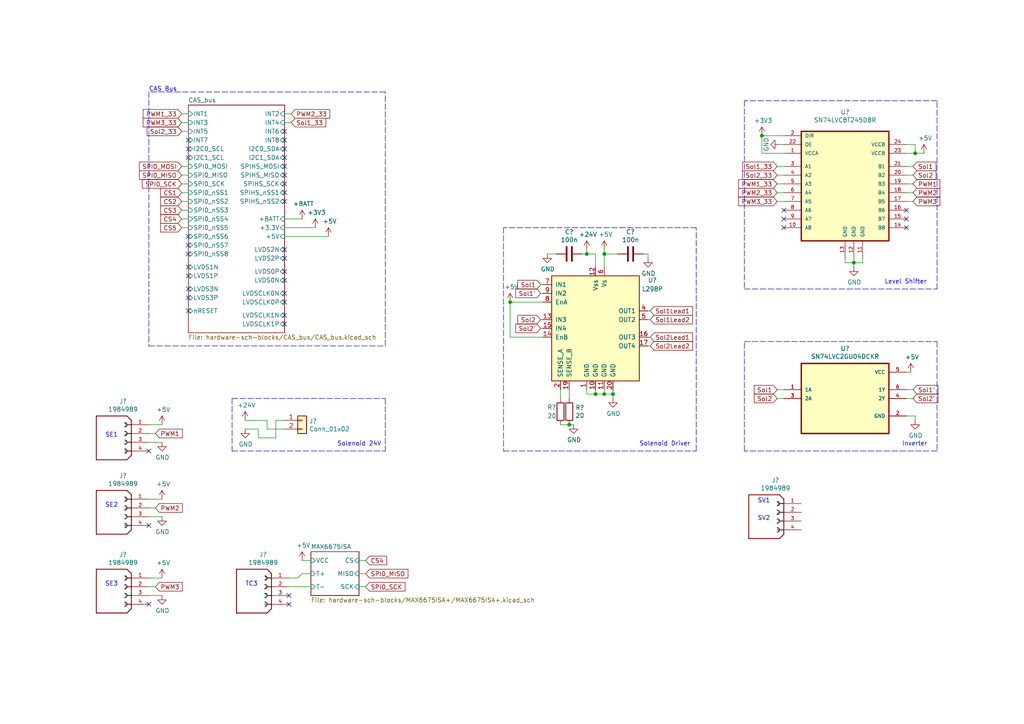
<source format=kicad_sch>
(kicad_sch (version 20211123) (generator eeschema)
  (paper "A4")
  (lib_symbols
    (symbol "Connector_Generic:Conn_01x02" (pin_names (offset 1.016) hide)
      (property "Reference" "J" (at 0 2.54 0))
      (property "Value" "Conn_01x02" (at 0 -5.08 0))
      (symbol "Conn_01x02_1_1"
        (rectangle (start -1.27 -2.413) (end 0 -2.667) (stroke (width 0.1524)))
        (rectangle (start -1.27 0.127) (end 0 -0.127) (stroke (width 0.1524)))
        (rectangle (start -1.27 1.27) (end 1.27 -3.81) (stroke (width 0.254)) (fill (type background)))
        (pin passive line (at -5.08 0 0) (length 3.81) (name "Pin_1") (number "1"))
        (pin passive line (at -5.08 -2.54 0) (length 3.81) (name "Pin_2") (number "2"))
      )
    )
    (symbol "Device:C" (pin_numbers hide) (pin_names (offset 0.254))
      (property "Reference" "C" (at 0.635 2.54 0))
      (property "Value" "C" (at 0.635 -2.54 0))
      (symbol "C_0_1"
        (polyline (pts (xy -2.032 -0.762) (xy 2.032 -0.762)) (stroke (width 0.508)))
        (polyline (pts (xy -2.032 0.762) (xy 2.032 0.762)) (stroke (width 0.508)))
      )
      (symbol "C_1_1"
        (pin passive line (at 0 3.81 270) (length 2.794) (name "~") (number "1"))
        (pin passive line (at 0 -3.81 90) (length 2.794) (name "~") (number "2"))
      )
    )
    (symbol "Device:R" (pin_numbers hide) (pin_names (offset 0))
      (property "Reference" "R" (at 2.032 0 90))
      (property "Value" "R" (at 0 0 90))
      (symbol "R_0_1"
        (rectangle (start -1.016 -2.54) (end 1.016 2.54) (stroke (width 0.254)))
      )
      (symbol "R_1_1"
        (pin passive line (at 0 3.81 270) (length 1.27) (name "~") (number "1"))
        (pin passive line (at 0 -3.81 90) (length 1.27) (name "~") (number "2"))
      )
    )
    (symbol "Driver_Motor:L298P" (pin_names (offset 1.016))
      (property "Reference" "U" (at -10.16 16.51 0))
      (property "Value" "L298P" (at 10.16 -16.51 0))
      (symbol "L298P_0_1"
        (rectangle (start -12.7 15.24) (end 12.7 -15.24) (stroke (width 0.254)) (fill (type background)))
      )
      (symbol "L298P_1_1"
        (pin power_in line (at -2.54 -17.78 90) (length 2.54) (name "GND") (number "1"))
        (pin power_in line (at 0 -17.78 90) (length 2.54) (name "GND") (number "10"))
        (pin power_in line (at 2.54 -17.78 90) (length 2.54) (name "GND") (number "11"))
        (pin power_in line (at 0 17.78 270) (length 2.54) (name "Vss") (number "12"))
        (pin input line (at -15.24 2.54 0) (length 2.54) (name "IN3") (number "13"))
        (pin input line (at -15.24 -2.54 0) (length 2.54) (name "EnB") (number "14"))
        (pin input line (at -15.24 0 0) (length 2.54) (name "IN4") (number "15"))
        (pin output line (at 15.24 -2.54 180) (length 2.54) (name "OUT3") (number "16"))
        (pin output line (at 15.24 -5.08 180) (length 2.54) (name "OUT4") (number "17"))
        (pin no_connect line (at 15.24 10.16 180) (length 2.54) hide (name "NC") (number "18"))
        (pin power_in line (at -7.62 -17.78 90) (length 2.54) (name "SENSE_B") (number "19"))
        (pin power_in line (at -10.16 -17.78 90) (length 2.54) (name "SENSE_A") (number "2"))
        (pin power_in line (at 5.08 -17.78 90) (length 2.54) (name "GND") (number "20"))
        (pin no_connect line (at 15.24 12.7 180) (length 2.54) hide (name "NC") (number "3"))
        (pin output line (at 15.24 5.08 180) (length 2.54) (name "OUT1") (number "4"))
        (pin output line (at 15.24 2.54 180) (length 2.54) (name "OUT2") (number "5"))
        (pin power_in line (at 2.54 17.78 270) (length 2.54) (name "Vs") (number "6"))
        (pin input line (at -15.24 12.7 0) (length 2.54) (name "IN1") (number "7"))
        (pin input line (at -15.24 7.62 0) (length 2.54) (name "EnA") (number "8"))
        (pin input line (at -15.24 10.16 0) (length 2.54) (name "IN2") (number "9"))
      )
    )
    (symbol "Prop-rescue:1984989-star-common-lib" (pin_names (offset 1.016))
      (property "Reference" "J" (at -5.08 6.35 0))
      (property "Value" "1984989-star-common-lib" (at -5.08 -8.89 0))
      (symbol "1984989-star-common-lib_0_0"
        (polyline (pts (xy -5.08 -7.62) (xy -5.08 5.08)) (stroke (width 0.254)))
        (polyline (pts (xy -5.08 5.08) (xy 3.81 5.08)) (stroke (width 0.254)))
        (polyline (pts (xy 3.81 -7.62) (xy -5.08 -7.62)) (stroke (width 0.254)))
        (polyline (pts (xy 5.08 -6.35) (xy 3.81 -7.62)) (stroke (width 0.254)))
        (polyline (pts (xy 5.08 -5.08) (xy 3.81 -5.08)) (stroke (width 0.254)))
        (polyline (pts (xy 5.08 -2.54) (xy 3.81 -2.54)) (stroke (width 0.254)))
        (polyline (pts (xy 5.08 0) (xy 3.81 0)) (stroke (width 0.254)))
        (polyline (pts (xy 5.08 2.54) (xy 3.81 2.54)) (stroke (width 0.254)))
        (polyline (pts (xy 5.08 2.54) (xy 5.08 -6.35)) (stroke (width 0.254)))
        (polyline (pts (xy 5.08 3.81) (xy 3.81 5.08)) (stroke (width 0.254)))
        (polyline (pts (xy 5.08 3.81) (xy 5.08 2.54)) (stroke (width 0.254)))
        (arc (start 3.175 -5.715) (mid 3.81 -5.08) (end 3.175 -4.445) (stroke (width 0.254)))
        (arc (start 3.175 -3.175) (mid 3.81 -2.54) (end 3.175 -1.905) (stroke (width 0.254)))
        (arc (start 3.175 -0.635) (mid 3.81 0) (end 3.175 0.635) (stroke (width 0.254)))
        (arc (start 3.175 1.905) (mid 3.81 2.54) (end 3.175 3.175) (stroke (width 0.254)))
        (pin passive line (at 10.16 2.54 180) (length 5.08) (name "1") (number "1"))
        (pin passive line (at 10.16 0 180) (length 5.08) (name "2") (number "2"))
        (pin passive line (at 10.16 -2.54 180) (length 5.08) (name "3") (number "3"))
        (pin passive line (at 10.16 -5.08 180) (length 5.08) (name "4") (number "4"))
      )
    )
    (symbol "Prop-rescue:SN74LVC2GU04DCKR-star-common-lib" (pin_names (offset 1.016))
      (property "Reference" "U" (at -12.7 11.1506 0))
      (property "Value" "SN74LVC2GU04DCKR-star-common-lib" (at -12.7 -14.1478 0))
      (symbol "SN74LVC2GU04DCKR-star-common-lib_0_0"
        (rectangle (start -12.7 -10.16) (end 12.7 10.16) (stroke (width 0.4064)) (fill (type background)))
        (pin input line (at -17.78 2.54 0) (length 5.08) (name "1A") (number "1"))
        (pin power_in line (at 17.78 -5.08 180) (length 5.08) (name "GND") (number "2"))
        (pin input line (at -17.78 0 0) (length 5.08) (name "2A") (number "3"))
        (pin output line (at 17.78 0 180) (length 5.08) (name "2Y") (number "4"))
        (pin power_in line (at 17.78 7.62 180) (length 5.08) (name "VCC") (number "5"))
        (pin output line (at 17.78 2.54 180) (length 5.08) (name "1Y") (number "6"))
      )
    )
    (symbol "Prop-rescue:SN74LVC8T245DBR-star-common-lib" (pin_names (offset 1.016))
      (property "Reference" "U" (at -12.7 28.9306 0))
      (property "Value" "SN74LVC8T245DBR-star-common-lib" (at -8.89 13.97 0))
      (symbol "SN74LVC8T245DBR-star-common-lib_0_0"
        (rectangle (start -12.7 -5.08) (end 12.7 26.67) (stroke (width 0.4064)) (fill (type background)))
        (pin power_in line (at -17.78 20.32 0) (length 5.08) (name "VCCA") (number "1"))
        (pin bidirectional line (at -17.78 -1.27 0) (length 5.08) (name "A8") (number "10"))
        (pin power_in line (at 5.08 -10.16 90) (length 5.08) (name "GND") (number "11"))
        (pin power_in line (at 2.54 -10.16 90) (length 5.08) (name "GND") (number "12"))
        (pin power_in line (at 0 -10.16 90) (length 5.08) (name "GND") (number "13"))
        (pin bidirectional line (at 17.78 -1.27 180) (length 5.08) (name "B8") (number "14"))
        (pin bidirectional line (at 17.78 1.27 180) (length 5.08) (name "B7") (number "15"))
        (pin bidirectional line (at 17.78 3.81 180) (length 5.08) (name "B6") (number "16"))
        (pin bidirectional line (at 17.78 6.35 180) (length 5.08) (name "B5") (number "17"))
        (pin bidirectional line (at 17.78 8.89 180) (length 5.08) (name "B4") (number "18"))
        (pin bidirectional line (at 17.78 11.43 180) (length 5.08) (name "B3") (number "19"))
        (pin input line (at -17.78 25.4 0) (length 5.08) (name "DIR") (number "2"))
        (pin bidirectional line (at 17.78 13.97 180) (length 5.08) (name "B2") (number "20"))
        (pin bidirectional line (at 17.78 16.51 180) (length 5.08) (name "B1") (number "21"))
        (pin input line (at -17.78 22.86 0) (length 5.08) (name "OE") (number "22"))
        (pin power_in line (at 17.78 20.32 180) (length 5.08) (name "VCCB") (number "23"))
        (pin power_in line (at 17.78 22.86 180) (length 5.08) (name "VCCB") (number "24"))
        (pin bidirectional line (at -17.78 16.51 0) (length 5.08) (name "A1") (number "3"))
        (pin bidirectional line (at -17.78 13.97 0) (length 5.08) (name "A2") (number "4"))
        (pin bidirectional line (at -17.78 11.43 0) (length 5.08) (name "A3") (number "5"))
        (pin bidirectional line (at -17.78 8.89 0) (length 5.08) (name "A4") (number "6"))
        (pin bidirectional line (at -17.78 6.35 0) (length 5.08) (name "A5") (number "7"))
        (pin bidirectional line (at -17.78 3.81 0) (length 5.08) (name "A6") (number "8"))
        (pin bidirectional line (at -17.78 1.27 0) (length 5.08) (name "A7") (number "9"))
      )
    )
    (symbol "power:+24V" (power) (pin_names (offset 0))
      (property "Value" "+24V" (at 0 3.556 0))
      (symbol "+24V_0_1"
        (polyline (pts (xy -0.762 1.27) (xy 0 2.54)))
        (polyline (pts (xy 0 0) (xy 0 2.54)))
        (polyline (pts (xy 0 2.54) (xy 0.762 1.27)))
      )
      (symbol "+24V_1_1"
        (pin power_in line (at 0 0 90) (length 0) hide (name "+24V") (number "1"))
      )
    )
    (symbol "power:+3.3V" (power) (pin_names (offset 0))
      (property "Value" "+3.3V" (at 0 3.556 0))
      (symbol "+3.3V_0_1"
        (polyline (pts (xy -0.762 1.27) (xy 0 2.54)))
        (polyline (pts (xy 0 0) (xy 0 2.54)))
        (polyline (pts (xy 0 2.54) (xy 0.762 1.27)))
      )
      (symbol "+3.3V_1_1"
        (pin power_in line (at 0 0 90) (length 0) hide (name "+3V3") (number "1"))
      )
    )
    (symbol "power:+3V3" (power) (pin_names (offset 0))
      (property "Value" "+3V3" (at 0 3.556 0))
      (symbol "+3V3_0_1"
        (polyline (pts (xy -0.762 1.27) (xy 0 2.54)))
        (polyline (pts (xy 0 0) (xy 0 2.54)))
        (polyline (pts (xy 0 2.54) (xy 0.762 1.27)))
      )
      (symbol "+3V3_1_1"
        (pin power_in line (at 0 0 90) (length 0) hide (name "+3V3") (number "1"))
      )
    )
    (symbol "power:+5V" (power) (pin_names (offset 0))
      (property "Value" "+5V" (at 0 3.556 0))
      (symbol "+5V_0_1"
        (polyline (pts (xy -0.762 1.27) (xy 0 2.54)))
        (polyline (pts (xy 0 0) (xy 0 2.54)))
        (polyline (pts (xy 0 2.54) (xy 0.762 1.27)))
      )
      (symbol "+5V_1_1"
        (pin power_in line (at 0 0 90) (length 0) hide (name "+5V") (number "1"))
      )
    )
    (symbol "power:+BATT" (power) (pin_names (offset 0))
      (property "Value" "+BATT" (at 0 3.556 0))
      (symbol "+BATT_0_1"
        (polyline (pts (xy -0.762 1.27) (xy 0 2.54)))
        (polyline (pts (xy 0 0) (xy 0 2.54)))
        (polyline (pts (xy 0 2.54) (xy 0.762 1.27)))
      )
      (symbol "+BATT_1_1"
        (pin power_in line (at 0 0 90) (length 0) hide (name "+BATT") (number "1"))
      )
    )
    (symbol "power:GND" (power) (pin_names (offset 0))
      (property "Value" "GND" (at 0 -3.81 0))
      (symbol "GND_0_1"
        (polyline (pts (xy 0 0) (xy 0 -1.27) (xy 1.27 -1.27) (xy 0 -2.54) (xy -1.27 -1.27) (xy 0 -1.27)))
      )
      (symbol "GND_1_1"
        (pin power_in line (at 0 0 270) (length 0) hide (name "GND") (number "1"))
      )
    )
  )
  (junction (at 175.26 73.66))
  (junction (at 247.65 76.2))
  (junction (at 147.955 87.63))
  (junction (at 265.43 44.45))
  (junction (at 220.98 39.37))
  (junction (at 175.26 114.3))
  (junction (at 172.72 114.3))
  (junction (at 170.18 73.66))
  (junction (at 165.1 123.19))
  (junction (at 177.8 114.3))
  (no_connect (at 82.55 40.64))
  (no_connect (at 227.33 60.96))
  (no_connect (at 227.33 63.5))
  (no_connect (at 82.55 81.28))
  (no_connect (at 82.55 78.74))
  (no_connect (at 82.55 72.39))
  (no_connect (at 82.55 74.93))
  (no_connect (at 82.55 85.09))
  (no_connect (at 82.55 87.63))
  (no_connect (at 82.55 91.44))
  (no_connect (at 82.55 93.98))
  (no_connect (at 43.18 130.81))
  (no_connect (at 54.61 68.58))
  (no_connect (at 82.55 55.88))
  (no_connect (at 54.61 45.72))
  (no_connect (at 54.61 71.12))
  (no_connect (at 82.55 38.1))
  (no_connect (at 82.55 43.18))
  (no_connect (at 262.89 60.96))
  (no_connect (at 227.33 66.04))
  (no_connect (at 43.18 152.4))
  (no_connect (at 262.89 66.04))
  (no_connect (at 82.55 48.26))
  (no_connect (at 82.55 45.72))
  (no_connect (at 82.55 53.34))
  (no_connect (at 54.61 40.64))
  (no_connect (at 54.61 43.18))
  (no_connect (at 82.55 58.42))
  (no_connect (at 54.61 83.82))
  (no_connect (at 54.61 90.17))
  (no_connect (at 54.61 86.36))
  (no_connect (at 54.61 80.01))
  (no_connect (at 54.61 77.47))
  (no_connect (at 82.55 50.8))
  (no_connect (at 54.61 73.66))
  (no_connect (at 43.18 175.26))
  (no_connect (at 83.82 175.26))
  (no_connect (at 83.82 172.72))
  (no_connect (at 262.89 63.5))
  (polyline (pts (xy 271.78 99.06) (xy 271.78 130.81)))
  (wire (pts (xy 74.93 124.46) (xy 74.93 127)))
  (wire (pts (xy 156.845 82.55) (xy 157.48 82.55)))
  (wire (pts (xy 267.97 44.45) (xy 265.43 44.45)))
  (wire (pts (xy 166.37 123.19) (xy 165.1 123.19)))
  (wire (pts (xy 170.18 114.3) (xy 172.72 114.3)))
  (wire (pts (xy 156.845 85.09) (xy 157.48 85.09)))
  (wire (pts (xy 262.89 120.65) (xy 265.43 120.65)))
  (wire (pts (xy 245.11 76.2) (xy 247.65 76.2)))
  (polyline (pts (xy 67.31 115.57) (xy 67.31 130.81)))
  (wire (pts (xy 46.99 167.64) (xy 43.18 167.64)))
  (wire (pts (xy 262.89 113.03) (xy 264.795 113.03)))
  (wire (pts (xy 187.96 90.17) (xy 188.595 90.17)))
  (wire (pts (xy 52.705 55.88) (xy 54.61 55.88)))
  (wire (pts (xy 262.89 53.34) (xy 264.795 53.34)))
  (wire (pts (xy 262.89 115.57) (xy 264.795 115.57)))
  (wire (pts (xy 43.18 170.18) (xy 45.085 170.18)))
  (wire (pts (xy 187.96 73.66) (xy 187.96 74.93)))
  (wire (pts (xy 104.14 162.56) (xy 106.045 162.56)))
  (wire (pts (xy 87.63 166.37) (xy 90.17 166.37)))
  (wire (pts (xy 87.63 166.37) (xy 86.36 167.64)))
  (wire (pts (xy 265.43 41.91) (xy 265.43 44.45)))
  (polyline (pts (xy 201.93 66.04) (xy 146.05 66.04)))
  (wire (pts (xy 247.65 77.47) (xy 247.65 76.2)))
  (wire (pts (xy 262.89 50.8) (xy 264.795 50.8)))
  (wire (pts (xy 179.07 73.66) (xy 175.26 73.66)))
  (wire (pts (xy 46.99 128.27) (xy 43.18 128.27)))
  (wire (pts (xy 46.99 172.72) (xy 43.18 172.72)))
  (polyline (pts (xy 43.18 100.33) (xy 111.76 100.33)))
  (wire (pts (xy 170.18 72.39) (xy 170.18 73.66)))
  (polyline (pts (xy 111.76 115.57) (xy 111.76 130.81)))
  (wire (pts (xy 262.89 55.88) (xy 264.795 55.88)))
  (wire (pts (xy 162.56 115.57) (xy 162.56 113.03)))
  (wire (pts (xy 226.06 41.91) (xy 227.33 41.91)))
  (wire (pts (xy 186.69 73.66) (xy 187.96 73.66)))
  (wire (pts (xy 225.425 50.8) (xy 227.33 50.8)))
  (polyline (pts (xy 215.9 99.06) (xy 271.78 99.06)))
  (wire (pts (xy 52.705 60.96) (xy 54.61 60.96)))
  (wire (pts (xy 90.17 162.56) (xy 87.63 162.56)))
  (wire (pts (xy 225.425 58.42) (xy 227.33 58.42)))
  (wire (pts (xy 247.65 76.2) (xy 247.65 74.93)))
  (polyline (pts (xy 67.31 115.57) (xy 111.76 115.57)))
  (wire (pts (xy 250.19 76.2) (xy 247.65 76.2)))
  (wire (pts (xy 156.845 95.25) (xy 157.48 95.25)))
  (wire (pts (xy 52.705 50.8) (xy 54.61 50.8)))
  (wire (pts (xy 147.955 97.79) (xy 157.48 97.79)))
  (polyline (pts (xy 215.9 83.82) (xy 271.78 83.82)))
  (polyline (pts (xy 146.05 66.04) (xy 146.05 130.81)))
  (wire (pts (xy 46.99 123.19) (xy 43.18 123.19)))
  (wire (pts (xy 262.89 48.26) (xy 264.795 48.26)))
  (wire (pts (xy 165.1 115.57) (xy 165.1 113.03)))
  (wire (pts (xy 187.96 92.71) (xy 188.595 92.71)))
  (polyline (pts (xy 215.9 29.21) (xy 215.9 83.82)))
  (polyline (pts (xy 43.18 26.67) (xy 43.18 100.33)))
  (polyline (pts (xy 271.78 29.21) (xy 215.9 29.21)))
  (wire (pts (xy 77.47 124.46) (xy 82.55 124.46)))
  (wire (pts (xy 168.91 73.66) (xy 170.18 73.66)))
  (wire (pts (xy 43.18 125.73) (xy 45.085 125.73)))
  (wire (pts (xy 264.16 107.95) (xy 262.89 107.95)))
  (wire (pts (xy 82.55 63.5) (xy 87.63 63.5)))
  (wire (pts (xy 52.705 58.42) (xy 54.61 58.42)))
  (wire (pts (xy 95.25 68.58) (xy 82.55 68.58)))
  (wire (pts (xy 265.43 44.45) (xy 262.89 44.45)))
  (wire (pts (xy 161.29 73.66) (xy 158.75 73.66)))
  (wire (pts (xy 83.82 170.18) (xy 90.17 170.18)))
  (polyline (pts (xy 271.78 83.82) (xy 271.78 29.21)))
  (wire (pts (xy 52.705 33.02) (xy 54.61 33.02)))
  (wire (pts (xy 177.8 114.3) (xy 177.8 113.03)))
  (wire (pts (xy 225.425 53.34) (xy 227.33 53.34)))
  (wire (pts (xy 147.955 87.63) (xy 147.955 97.79)))
  (wire (pts (xy 52.705 66.04) (xy 54.61 66.04)))
  (wire (pts (xy 172.72 73.66) (xy 172.72 77.47)))
  (wire (pts (xy 52.705 63.5) (xy 54.61 63.5)))
  (wire (pts (xy 52.705 35.56) (xy 54.61 35.56)))
  (wire (pts (xy 227.33 39.37) (xy 220.98 39.37)))
  (wire (pts (xy 262.89 58.42) (xy 264.795 58.42)))
  (wire (pts (xy 250.19 74.93) (xy 250.19 76.2)))
  (wire (pts (xy 104.14 166.37) (xy 106.045 166.37)))
  (wire (pts (xy 265.43 120.65) (xy 265.43 121.92)))
  (wire (pts (xy 156.845 92.71) (xy 157.48 92.71)))
  (wire (pts (xy 82.55 35.56) (xy 84.455 35.56)))
  (wire (pts (xy 80.01 121.92) (xy 82.55 121.92)))
  (wire (pts (xy 165.1 123.19) (xy 162.56 123.19)))
  (wire (pts (xy 187.96 97.79) (xy 188.595 97.79)))
  (wire (pts (xy 175.26 72.39) (xy 175.26 73.66)))
  (wire (pts (xy 43.18 147.32) (xy 45.085 147.32)))
  (wire (pts (xy 80.01 127) (xy 80.01 121.92)))
  (wire (pts (xy 225.425 48.26) (xy 227.33 48.26)))
  (wire (pts (xy 86.36 167.64) (xy 83.82 167.64)))
  (wire (pts (xy 220.98 44.45) (xy 227.33 44.45)))
  (wire (pts (xy 77.47 121.92) (xy 77.47 124.46)))
  (wire (pts (xy 157.48 87.63) (xy 147.955 87.63)))
  (wire (pts (xy 220.98 39.37) (xy 220.98 44.45)))
  (wire (pts (xy 225.425 115.57) (xy 227.33 115.57)))
  (wire (pts (xy 175.26 73.66) (xy 175.26 77.47)))
  (wire (pts (xy 172.72 114.3) (xy 172.72 113.03)))
  (polyline (pts (xy 271.78 130.81) (xy 215.9 130.81)))
  (polyline (pts (xy 111.76 100.33) (xy 111.76 26.67)))
  (wire (pts (xy 104.14 170.18) (xy 106.045 170.18)))
  (wire (pts (xy 46.99 149.86) (xy 43.18 149.86)))
  (wire (pts (xy 71.12 124.46) (xy 74.93 124.46)))
  (wire (pts (xy 175.26 114.3) (xy 177.8 114.3)))
  (wire (pts (xy 91.44 66.04) (xy 82.55 66.04)))
  (polyline (pts (xy 111.76 26.67) (xy 43.18 26.67)))
  (wire (pts (xy 43.18 144.78) (xy 46.99 144.78)))
  (polyline (pts (xy 146.05 130.81) (xy 201.93 130.81)))
  (wire (pts (xy 82.55 33.02) (xy 84.455 33.02)))
  (wire (pts (xy 52.705 38.1) (xy 54.61 38.1)))
  (wire (pts (xy 170.18 73.66) (xy 172.72 73.66)))
  (wire (pts (xy 71.12 121.92) (xy 77.47 121.92)))
  (polyline (pts (xy 67.31 130.81) (xy 111.76 130.81)))
  (wire (pts (xy 225.425 113.03) (xy 227.33 113.03)))
  (polyline (pts (xy 215.9 130.81) (xy 215.9 99.06)))
  (wire (pts (xy 52.705 53.34) (xy 54.61 53.34)))
  (wire (pts (xy 52.705 48.26) (xy 54.61 48.26)))
  (wire (pts (xy 74.93 127) (xy 80.01 127)))
  (wire (pts (xy 175.26 113.03) (xy 175.26 114.3)))
  (wire (pts (xy 225.425 55.88) (xy 227.33 55.88)))
  (wire (pts (xy 177.8 115.57) (xy 177.8 114.3)))
  (wire (pts (xy 245.11 74.93) (xy 245.11 76.2)))
  (wire (pts (xy 187.96 100.33) (xy 188.595 100.33)))
  (wire (pts (xy 262.89 41.91) (xy 265.43 41.91)))
  (polyline (pts (xy 201.93 130.81) (xy 201.93 66.04)))
  (wire (pts (xy 172.72 114.3) (xy 175.26 114.3)))
  (wire (pts (xy 170.18 113.03) (xy 170.18 114.3)))
  (text "SV2" (at 219.71 151.13 0) (effects (font (size 1.27 1.27)) (justify left bottom)))
  (text "SE1" (at 30.48 127 0) (effects (font (size 1.27 1.27)) (justify left bottom)))
  (text "Level Shifter" (at 256.54 82.55 0) (effects (font (size 1.27 1.27)) (justify left bottom)))
  (text "TC3" (at 71.12 170.18 0) (effects (font (size 1.27 1.27)) (justify left bottom)))
  (text "SE2" (at 30.48 147.32 0) (effects (font (size 1.27 1.27)) (justify left bottom)))
  (text "SE3" (at 30.48 170.18 0) (effects (font (size 1.27 1.27)) (justify left bottom)))
  (text "Solenoid Driver" (at 185.42 129.54 0) (effects (font (size 1.27 1.27)) (justify left bottom)))
  (text "CAS Bus" (at 43.18 26.67 0) (effects (font (size 1.27 1.27)) (justify left bottom)))
  (text "Solenoid 24V" (at 97.79 129.54 0) (effects (font (size 1.27 1.27)) (justify left bottom)))
  (text "SV1" (at 219.71 146.05 0) (effects (font (size 1.27 1.27)) (justify left bottom)))
  (text "Inverter" (at 261.62 129.54 0) (effects (font (size 1.27 1.27)) (justify left bottom)))
  (global_label "SPI0_MISO" (shape input) (at 106.045 166.37 0) (property "Intersheet References" "${INTERSHEET_REFS}" (effects hide)))
  (global_label "CS4" (shape input) (at 106.045 162.56 0) (property "Intersheet References" "${INTERSHEET_REFS}" (effects hide)))
  (global_label "PWM2" (shape input) (at 45.085 147.32 0) (property "Intersheet References" "${INTERSHEET_REFS}" (effects hide)))
  (global_label "PWM3_33" (shape input) (at 52.705 35.56 180) (property "Intersheet References" "${INTERSHEET_REFS}" (effects hide)))
  (global_label "PWM1" (shape input) (at 45.085 125.73 0) (property "Intersheet References" "${INTERSHEET_REFS}" (effects hide)))
  (global_label "CS5" (shape input) (at 52.705 66.04 180) (property "Intersheet References" "${INTERSHEET_REFS}" (effects hide)))
  (global_label "CS3" (shape input) (at 52.705 60.96 180) (property "Intersheet References" "${INTERSHEET_REFS}" (effects hide)))
  (global_label "Sol1" (shape input) (at 225.425 113.03 180) (property "Intersheet References" "${INTERSHEET_REFS}" (effects hide)))
  (global_label "Sol1'" (shape input) (at 264.795 113.03 0) (property "Intersheet References" "${INTERSHEET_REFS}" (effects hide)))
  (global_label "Sol1Lead1" (shape input) (at 188.595 90.17 0) (property "Intersheet References" "${INTERSHEET_REFS}" (effects hide)))
  (global_label "Sol1'" (shape input) (at 156.845 85.09 180) (property "Intersheet References" "${INTERSHEET_REFS}" (effects hide)))
  (global_label "PWM1" (shape input) (at 264.795 53.34 0) (property "Intersheet References" "${INTERSHEET_REFS}" (effects hide)))
  (global_label "PWM2_33" (shape input) (at 225.425 55.88 180) (property "Intersheet References" "${INTERSHEET_REFS}" (effects hide)))
  (global_label "Sol2" (shape input) (at 156.845 92.71 180) (property "Intersheet References" "${INTERSHEET_REFS}" (effects hide)))
  (global_label "Sol2'" (shape input) (at 156.845 95.25 180) (property "Intersheet References" "${INTERSHEET_REFS}" (effects hide)))
  (global_label "PWM2_33" (shape input) (at 84.455 33.02 0) (property "Intersheet References" "${INTERSHEET_REFS}" (effects hide)))
  (global_label "SPI0_SCK" (shape input) (at 106.045 170.18 0) (property "Intersheet References" "${INTERSHEET_REFS}" (effects hide)))
  (global_label "CS4" (shape input) (at 52.705 63.5 180) (property "Intersheet References" "${INTERSHEET_REFS}" (effects hide)))
  (global_label "PWM1_33" (shape input) (at 225.425 53.34 180) (property "Intersheet References" "${INTERSHEET_REFS}" (effects hide)))
  (global_label "Sol2Lead2" (shape input) (at 188.595 100.33 0) (property "Intersheet References" "${INTERSHEET_REFS}" (effects hide)))
  (global_label "Sol2_33" (shape input) (at 52.705 38.1 180) (property "Intersheet References" "${INTERSHEET_REFS}" (effects hide)))
  (global_label "Sol2Lead1" (shape input) (at 188.595 97.79 0) (property "Intersheet References" "${INTERSHEET_REFS}" (effects hide)))
  (global_label "PWM3" (shape input) (at 264.795 58.42 0) (property "Intersheet References" "${INTERSHEET_REFS}" (effects hide)))
  (global_label "Sol1_33" (shape input) (at 84.455 35.56 0) (property "Intersheet References" "${INTERSHEET_REFS}" (effects hide)))
  (global_label "PWM3" (shape input) (at 45.085 170.18 0) (property "Intersheet References" "${INTERSHEET_REFS}" (effects hide)))
  (global_label "Sol1Lead2" (shape input) (at 188.595 92.71 0) (property "Intersheet References" "${INTERSHEET_REFS}" (effects hide)))
  (global_label "Sol1" (shape input) (at 156.845 82.55 180) (property "Intersheet References" "${INTERSHEET_REFS}" (effects hide)))
  (global_label "CS2" (shape input) (at 52.705 58.42 180) (property "Intersheet References" "${INTERSHEET_REFS}" (effects hide)))
  (global_label "Sol1_33" (shape input) (at 225.425 48.26 180) (property "Intersheet References" "${INTERSHEET_REFS}" (effects hide)))
  (global_label "CS1" (shape input) (at 52.705 55.88 180) (property "Intersheet References" "${INTERSHEET_REFS}" (effects hide)))
  (global_label "PWM3_33" (shape input) (at 225.425 58.42 180) (property "Intersheet References" "${INTERSHEET_REFS}" (effects hide)))
  (global_label "SPI0_SCK" (shape input) (at 52.705 53.34 180) (property "Intersheet References" "${INTERSHEET_REFS}" (effects hide)))
  (global_label "Sol2" (shape input) (at 225.425 115.57 180) (property "Intersheet References" "${INTERSHEET_REFS}" (effects hide)))
  (global_label "Sol2" (shape input) (at 264.795 50.8 0) (property "Intersheet References" "${INTERSHEET_REFS}" (effects hide)))
  (global_label "PWM1_33" (shape input) (at 52.705 33.02 180) (property "Intersheet References" "${INTERSHEET_REFS}" (effects hide)))
  (global_label "Sol2_33" (shape input) (at 225.425 50.8 180) (property "Intersheet References" "${INTERSHEET_REFS}" (effects hide)))
  (global_label "Sol2'" (shape input) (at 264.795 115.57 0) (property "Intersheet References" "${INTERSHEET_REFS}" (effects hide)))
  (global_label "Sol1" (shape input) (at 264.795 48.26 0) (property "Intersheet References" "${INTERSHEET_REFS}" (effects hide)))
  (global_label "PWM2" (shape input) (at 264.795 55.88 0) (property "Intersheet References" "${INTERSHEET_REFS}" (effects hide)))
  (global_label "SPI0_MOSI" (shape input) (at 52.705 48.26 180) (property "Intersheet References" "${INTERSHEET_REFS}" (effects hide)))
  (global_label "SPI0_MISO" (shape input) (at 52.705 50.8 180) (property "Intersheet References" "${INTERSHEET_REFS}" (effects hide)))
  (symbol (lib_id "Device:C") (at 165.1 73.66 270) (unit 1)
    (property "Reference" "C?" (at 165.1 67.2592 90))
    (property "Value" "100n" (at 165.1 69.5706 90))
    (property "Footprint" "Capacitor_SMD:C_0603_1608Metric" (effects hide))
  )
  (symbol (lib_id "power:GND") (at 71.12 124.46 0) (unit 1)
    (property "Reference" "#PWR?" (effects hide))
    (property "Value" "GND" (at 71.247 128.8542 0))
  )
  (symbol (lib_id "Prop-rescue:1984989-star-common-lib") (at 33.02 147.32 0) (unit 1)
    (property "Reference" "J?" (at 35.687 137.9982 0))
    (property "Value" "1984989" (at 35.687 140.3096 0))
    (property "Footprint" "star-common-lib:PHOENIX_1984989" (effects hide))
    (property "Datasheet" "https://media.digikey.com/pdf/Data%20Sheets/Phoenix%20Contact%20PDFs/COMBICON%20Spring-Cage%20PCB%20Term.%20Blocks.pdf" (effects hide))
    (property "MAXIMUM_PACKAGE_HEIGHT" "13.1mm" (effects hide))
    (property "MANUFACTURER" "Phoenix Contact" (effects hide))
    (property "PARTREV" "2018-11-03" (effects hide))
    (property "STANDARD" "Manufacturer recommendations" (effects hide))
  )
  (symbol (lib_id "power:+5V") (at 147.955 87.63 0) (unit 1)
    (property "Reference" "#PWR?" (effects hide))
    (property "Value" "+5V" (at 148.336 83.2358 0))
  )
  (symbol (lib_id "power:+5V") (at 46.99 144.78 0) (unit 1)
    (property "Reference" "#PWR?" (effects hide))
    (property "Value" "+5V" (at 47.371 140.3858 0))
  )
  (symbol (lib_id "Prop-rescue:1984989-star-common-lib") (at 73.66 170.18 0) (unit 1)
    (property "Reference" "J?" (at 76.327 160.8582 0))
    (property "Value" "1984989" (at 76.327 163.1696 0))
    (property "Footprint" "star-common-lib:PHOENIX_1984989" (effects hide))
    (property "Datasheet" "https://media.digikey.com/pdf/Data%20Sheets/Phoenix%20Contact%20PDFs/COMBICON%20Spring-Cage%20PCB%20Term.%20Blocks.pdf" (effects hide))
    (property "MAXIMUM_PACKAGE_HEIGHT" "13.1mm" (effects hide))
    (property "MANUFACTURER" "Phoenix Contact" (effects hide))
    (property "PARTREV" "2018-11-03" (effects hide))
    (property "STANDARD" "Manufacturer recommendations" (effects hide))
  )
  (symbol (lib_id "Device:R") (at 162.56 119.38 180) (unit 1)
    (property "Reference" "R?" (at 158.75 118.11 0) (effects (justify right)))
    (property "Value" "20" (at 158.75 120.65 0) (effects (justify right)))
    (property "Footprint" "Resistor_SMD:R_0603_1608Metric" (effects hide))
  )
  (symbol (lib_id "power:GND") (at 46.99 149.86 0) (unit 1)
    (property "Reference" "#PWR?" (effects hide))
    (property "Value" "GND" (at 47.117 154.2542 0))
  )
  (symbol (lib_id "power:+5V") (at 87.63 162.56 0) (unit 1)
    (property "Reference" "#PWR?" (effects hide))
    (property "Value" "+5V" (at 88.011 158.1658 0))
  )
  (symbol (lib_id "Prop-rescue:1984989-star-common-lib") (at 33.02 125.73 0) (unit 1)
    (property "Reference" "J?" (at 35.687 116.4082 0))
    (property "Value" "1984989" (at 35.687 118.7196 0))
    (property "Footprint" "star-common-lib:PHOENIX_1984989" (effects hide))
    (property "Datasheet" "https://media.digikey.com/pdf/Data%20Sheets/Phoenix%20Contact%20PDFs/COMBICON%20Spring-Cage%20PCB%20Term.%20Blocks.pdf" (effects hide))
    (property "MAXIMUM_PACKAGE_HEIGHT" "13.1mm" (effects hide))
    (property "MANUFACTURER" "Phoenix Contact" (effects hide))
    (property "PARTREV" "2018-11-03" (effects hide))
    (property "STANDARD" "Manufacturer recommendations" (effects hide))
  )
  (symbol (lib_id "power:+24V") (at 71.12 121.92 0) (unit 1)
    (property "Reference" "#PWR?" (effects hide))
    (property "Value" "+24V" (at 71.501 117.5258 0))
  )
  (symbol (lib_id "power:GND") (at 226.06 41.91 270) (unit 1)
    (property "Reference" "#PWR?" (effects hide))
    (property "Value" "GND" (at 222.25 41.91 0))
  )
  (symbol (lib_id "Prop-rescue:SN74LVC2GU04DCKR-star-common-lib") (at 245.11 115.57 0) (unit 1)
    (property "Reference" "U?" (at 245.11 101.092 0))
    (property "Value" "SN74LVC2GU04DCKR" (at 245.11 103.4034 0))
    (property "Footprint" "star-common-lib:SN74LVC2GU04_SOT65P210X110-6N" (effects hide))
  )
  (symbol (lib_id "power:+5V") (at 46.99 123.19 0) (unit 1)
    (property "Reference" "#PWR?" (effects hide))
    (property "Value" "+5V" (at 47.371 118.7958 0))
  )
  (symbol (lib_id "Prop-rescue:1984989-star-common-lib") (at 33.02 170.18 0) (unit 1)
    (property "Reference" "J?" (at 35.687 160.8582 0))
    (property "Value" "1984989" (at 35.687 163.1696 0))
    (property "Footprint" "star-common-lib:PHOENIX_1984989" (effects hide))
    (property "Datasheet" "https://media.digikey.com/pdf/Data%20Sheets/Phoenix%20Contact%20PDFs/COMBICON%20Spring-Cage%20PCB%20Term.%20Blocks.pdf" (effects hide))
    (property "MAXIMUM_PACKAGE_HEIGHT" "13.1mm" (effects hide))
    (property "MANUFACTURER" "Phoenix Contact" (effects hide))
    (property "PARTREV" "2018-11-03" (effects hide))
    (property "STANDARD" "Manufacturer recommendations" (effects hide))
  )
  (symbol (lib_id "power:+3.3V") (at 220.98 39.37 0) (unit 1)
    (property "Reference" "#PWR?" (effects hide))
    (property "Value" "+3.3V" (at 221.361 34.9758 0))
  )
  (symbol (lib_id "power:+5V") (at 264.16 107.95 0) (unit 1)
    (property "Reference" "#PWR?" (effects hide))
    (property "Value" "+5V" (at 264.541 103.5558 0))
  )
  (symbol (lib_id "Prop-rescue:1984989-star-common-lib") (at 222.25 148.59 0) (unit 1)
    (property "Reference" "J?" (at 224.917 139.2682 0))
    (property "Value" "1984989" (at 224.917 141.5796 0))
    (property "Footprint" "star-common-lib:PHOENIX_1984989" (effects hide))
    (property "Datasheet" "https://media.digikey.com/pdf/Data%20Sheets/Phoenix%20Contact%20PDFs/COMBICON%20Spring-Cage%20PCB%20Term.%20Blocks.pdf" (effects hide))
    (property "MAXIMUM_PACKAGE_HEIGHT" "13.1mm" (effects hide))
    (property "MANUFACTURER" "Phoenix Contact" (effects hide))
    (property "PARTREV" "2018-11-03" (effects hide))
    (property "STANDARD" "Manufacturer recommendations" (effects hide))
  )
  (symbol (lib_id "Device:C") (at 182.88 73.66 270) (unit 1)
    (property "Reference" "C?" (at 182.88 67.2592 90))
    (property "Value" "100n" (at 182.88 69.5706 90))
    (property "Footprint" "Capacitor_SMD:C_0603_1608Metric" (effects hide))
  )
  (symbol (lib_id "power:GND") (at 187.96 74.93 0) (unit 1)
    (property "Reference" "#PWR?" (effects hide))
    (property "Value" "GND" (at 188.087 79.3242 0))
  )
  (symbol (lib_id "power:+5V") (at 175.26 72.39 0) (unit 1)
    (property "Reference" "#PWR?" (effects hide))
    (property "Value" "+5V" (at 175.641 67.9958 0))
  )
  (symbol (lib_id "power:GND") (at 158.75 73.66 0) (unit 1)
    (property "Reference" "#PWR?" (effects hide))
    (property "Value" "GND" (at 158.877 78.0542 0))
  )
  (symbol (lib_id "power:+3V3") (at 91.44 66.04 0) (unit 1)
    (property "Reference" "#PWR?" (effects hide))
    (property "Value" "+3V3" (at 91.821 61.6458 0))
  )
  (symbol (lib_id "power:GND") (at 46.99 172.72 0) (unit 1)
    (property "Reference" "#PWR?" (effects hide))
    (property "Value" "GND" (at 47.117 177.1142 0))
  )
  (symbol (lib_id "power:GND") (at 265.43 121.92 0) (unit 1)
    (property "Reference" "#PWR?" (effects hide))
    (property "Value" "GND" (at 265.557 126.3142 0))
  )
  (symbol (lib_id "power:+BATT") (at 87.63 63.5 0) (unit 1)
    (property "Reference" "#PWR?" (effects hide))
    (property "Value" "+BATT" (at 88.011 59.1058 0))
  )
  (symbol (lib_id "Driver_Motor:L298P") (at 172.72 95.25 0) (unit 1)
    (property "Reference" "U?" (at 189.23 81.28 0))
    (property "Value" "L298P" (at 189.23 83.82 0))
    (property "Footprint" "star-common-lib:SOIC127P1420X360-20N" (effects hide))
    (property "Datasheet" "http://www.st.com/st-web-ui/static/active/en/resource/technical/document/datasheet/CD00000240.pdf" (effects hide))
  )
  (symbol (lib_id "power:GND") (at 46.99 128.27 0) (unit 1)
    (property "Reference" "#PWR?" (effects hide))
    (property "Value" "GND" (at 47.117 132.6642 0))
  )
  (symbol (lib_id "Prop-rescue:SN74LVC8T245DBR-star-common-lib") (at 245.11 64.77 0) (unit 1)
    (property "Reference" "U?" (at 245.11 32.512 0))
    (property "Value" "SN74LVC8T245DBR" (at 245.11 34.8234 0))
    (property "Footprint" "star-common-lib:SN74LVC8T245DBR_SOP65P780X200-24N" (effects hide))
    (property "Datasheet" "https://www.ti.com/lit/ds/sces584b/sces584b.pdf" (effects hide))
    (property "Package" "SOP65P780X200-24N" (effects hide))
    (property "Manufacturer" "Texas Instruments" (effects hide))
  )
  (symbol (lib_id "power:+5V") (at 267.97 44.45 0) (unit 1)
    (property "Reference" "#PWR?" (effects hide))
    (property "Value" "+5V" (at 268.351 40.0558 0))
  )
  (symbol (lib_id "Connector_Generic:Conn_01x02") (at 87.63 121.92 0) (unit 1)
    (property "Reference" "J?" (at 89.662 122.1232 0) (effects (justify left)))
    (property "Value" "Conn_01x02" (at 89.662 124.4346 0) (effects (justify left)))
    (property "Footprint" "Connector_Molex:Molex_Mini-Fit_Jr_5569-02A2_2x01_P4.20mm_Horizontal" (effects hide))
  )
  (symbol (lib_id "power:+24V") (at 170.18 72.39 0) (unit 1)
    (property "Reference" "#PWR?" (effects hide))
    (property "Value" "+24V" (at 170.561 67.9958 0))
  )
  (symbol (lib_id "power:GND") (at 166.37 123.19 0) (unit 1)
    (property "Reference" "#PWR?" (effects hide))
    (property "Value" "GND" (at 166.497 127.5842 0))
  )
  (symbol (lib_id "power:+5V") (at 46.99 167.64 0) (unit 1)
    (property "Reference" "#PWR?" (effects hide))
    (property "Value" "+5V" (at 47.371 163.2458 0))
  )
  (symbol (lib_id "power:+5V") (at 95.25 68.58 0) (unit 1)
    (property "Reference" "#PWR?" (effects hide))
    (property "Value" "+5V" (at 95.631 64.1858 0))
  )
  (symbol (lib_id "Device:R") (at 165.1 119.38 0) (unit 1)
    (property "Reference" "R?" (at 166.878 118.2116 0) (effects (justify left)))
    (property "Value" "20" (at 166.878 120.523 0) (effects (justify left)))
    (property "Footprint" "Resistor_SMD:R_0603_1608Metric" (effects hide))
  )
  (symbol (lib_id "power:GND") (at 177.8 115.57 0) (unit 1)
    (property "Reference" "#PWR?" (effects hide))
    (property "Value" "GND" (at 177.927 119.9642 0))
  )
  (symbol (lib_id "power:GND") (at 247.65 77.47 0) (unit 1)
    (property "Reference" "#PWR?" (effects hide))
    (property "Value" "GND" (at 247.777 81.8642 0))
  )
  (sheet (at 54.61 30.48) (size 27.94 66.04)
    (property "Sheet name" "CAS_bus" (at 54.61 29.7684 0) (effects (justify left bottom)))
    (property "Sheet file" "hardware-sch-blocks/CAS_bus/CAS_bus.kicad_sch" (at 54.61 97.1046 0) (effects (justify left top)))
    (pin "INT1" input (at 54.61 33.02 180))
    (pin "INT3" input (at 54.61 35.56 180))
    (pin "INT5" input (at 54.61 38.1 180))
    (pin "I2C0_SCL" input (at 54.61 43.18 180))
    (pin "I2C1_SCL" input (at 54.61 45.72 180))
    (pin "INT7" input (at 54.61 40.64 180))
    (pin "INT2" input (at 82.55 33.02 0))
    (pin "INT4" input (at 82.55 35.56 0))
    (pin "INT6" input (at 82.55 38.1 0))
    (pin "I2C0_SDA" input (at 82.55 43.18 0))
    (pin "I2C1_SDA" input (at 82.55 45.72 0))
    (pin "INT8" input (at 82.55 40.64 0))
    (pin "SPI0_nSS2" input (at 54.61 58.42 180))
    (pin "SPI0_nSS3" input (at 54.61 60.96 180))
    (pin "SPI0_nSS4" input (at 54.61 63.5 180))
    (pin "SPI0_nSS5" input (at 54.61 66.04 180))
    (pin "SPI0_nSS6" input (at 54.61 68.58 180))
    (pin "SPI0_nSS7" input (at 54.61 71.12 180))
    (pin "SPI0_nSS8" input (at 54.61 73.66 180))
    (pin "SPIHS_SCK" input (at 82.55 53.34 0))
    (pin "SPIHS_MISO" input (at 82.55 50.8 0))
    (pin "SPIHS_MOSI" input (at 82.55 48.26 0))
    (pin "SPIHS_nSS1" input (at 82.55 55.88 0))
    (pin "SPIHS_nSS2" input (at 82.55 58.42 0))
    (pin "+3.3V" input (at 82.55 66.04 0))
    (pin "+5V" input (at 82.55 68.58 0))
    (pin "+BATT" input (at 82.55 63.5 0))
    (pin "SPI0_MOSI" input (at 54.61 48.26 180))
    (pin "SPI0_MISO" input (at 54.61 50.8 180))
    (pin "SPI0_SCK" input (at 54.61 53.34 180))
    (pin "SPI0_nSS1" input (at 54.61 55.88 180))
    (pin "LVDS2N" input (at 82.55 72.39 0))
    (pin "LVDS2P" input (at 82.55 74.93 0))
    (pin "LVDS0N" input (at 82.55 81.28 0))
    (pin "LVDSCLK0N" input (at 82.55 85.09 0))
    (pin "LVDSCLK0P" input (at 82.55 87.63 0))
    (pin "LVDS0P" input (at 82.55 78.74 0))
    (pin "LVDS1N" input (at 54.61 77.47 180))
    (pin "LVDS1P" input (at 54.61 80.01 180))
    (pin "LVDS3N" input (at 54.61 83.82 180))
    (pin "LVDS3P" input (at 54.61 86.36 180))
    (pin "LVDSCLK1N" input (at 82.55 91.44 0))
    (pin "LVDSCLK1P" input (at 82.55 93.98 0))
    (pin "nRESET" input (at 54.61 90.17 180))
  )
  (sheet (at 90.17 160.02) (size 13.97 12.7)
    (property "Sheet name" "MAX6675ISA" (at 90.17 159.3084 0) (effects (justify left bottom)))
    (property "Sheet file" "hardware-sch-blocks/MAX6675ISA+/MAX6675ISA+.kicad_sch" (at 90.17 173.3046 0) (effects (justify left top)))
    (pin "MISO" input (at 104.14 166.37 0))
    (pin "SCK" input (at 104.14 170.18 0))
    (pin "T+" input (at 90.17 166.37 180))
    (pin "T-" input (at 90.17 170.18 180))
    (pin "CS" input (at 104.14 162.56 0))
    (pin "VCC" input (at 90.17 162.56 180))
  )
)
</source>
